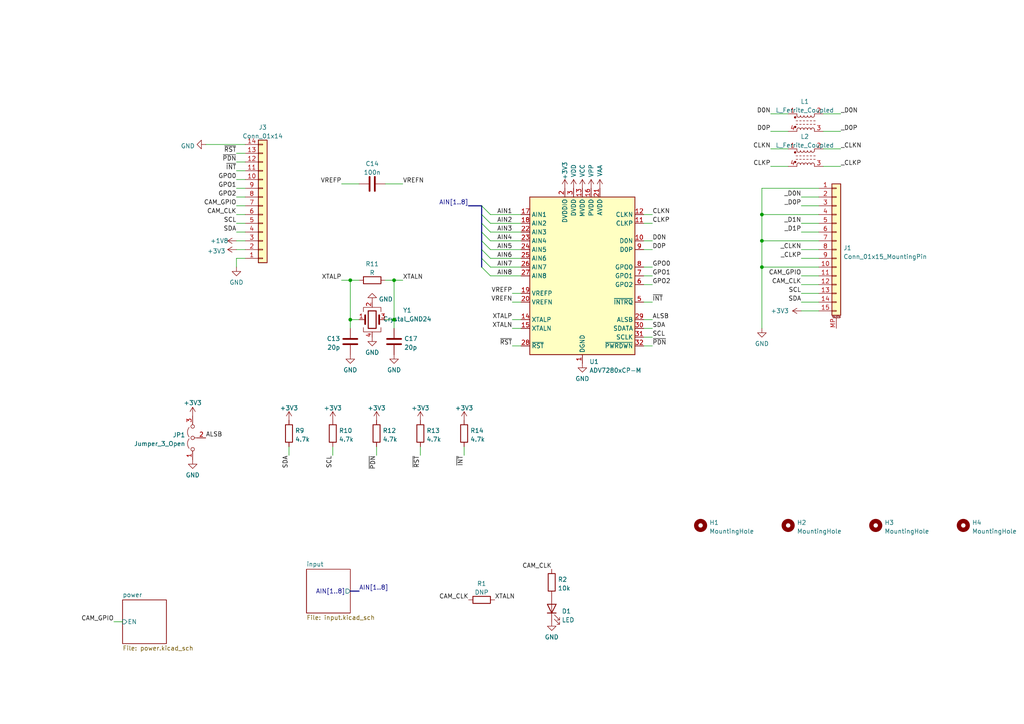
<source format=kicad_sch>
(kicad_sch (version 20230121) (generator eeschema)
  (paper "A4")
  (lib_symbols
    (symbol "Connector_Generic:Conn_01x14" (pin_names (offset 1.016) hide)
      (property "Reference" "J" (at 0 17.78 0))
      (property "Value" "Conn_01x14" (at 0 -20.32 0))
      (symbol "Conn_01x14_1_1"
        (rectangle (start -1.27 -17.653) (end 0 -17.907) (stroke (width 0.1524)))
        (rectangle (start -1.27 -15.113) (end 0 -15.367) (stroke (width 0.1524)))
        (rectangle (start -1.27 -12.573) (end 0 -12.827) (stroke (width 0.1524)))
        (rectangle (start -1.27 -10.033) (end 0 -10.287) (stroke (width 0.1524)))
        (rectangle (start -1.27 -7.493) (end 0 -7.747) (stroke (width 0.1524)))
        (rectangle (start -1.27 -4.953) (end 0 -5.207) (stroke (width 0.1524)))
        (rectangle (start -1.27 -2.413) (end 0 -2.667) (stroke (width 0.1524)))
        (rectangle (start -1.27 0.127) (end 0 -0.127) (stroke (width 0.1524)))
        (rectangle (start -1.27 2.667) (end 0 2.413) (stroke (width 0.1524)))
        (rectangle (start -1.27 5.207) (end 0 4.953) (stroke (width 0.1524)))
        (rectangle (start -1.27 7.747) (end 0 7.493) (stroke (width 0.1524)))
        (rectangle (start -1.27 10.287) (end 0 10.033) (stroke (width 0.1524)))
        (rectangle (start -1.27 12.827) (end 0 12.573) (stroke (width 0.1524)))
        (rectangle (start -1.27 15.367) (end 0 15.113) (stroke (width 0.1524)))
        (rectangle (start -1.27 16.51) (end 1.27 -19.05) (stroke (width 0.254)) (fill (type background)))
        (pin passive line (at -5.08 15.24 0) (length 3.81) (name "Pin_1") (number "1"))
        (pin passive line (at -5.08 -7.62 0) (length 3.81) (name "Pin_10") (number "10"))
        (pin passive line (at -5.08 -10.16 0) (length 3.81) (name "Pin_11") (number "11"))
        (pin passive line (at -5.08 -12.7 0) (length 3.81) (name "Pin_12") (number "12"))
        (pin passive line (at -5.08 -15.24 0) (length 3.81) (name "Pin_13") (number "13"))
        (pin passive line (at -5.08 -17.78 0) (length 3.81) (name "Pin_14") (number "14"))
        (pin passive line (at -5.08 12.7 0) (length 3.81) (name "Pin_2") (number "2"))
        (pin passive line (at -5.08 10.16 0) (length 3.81) (name "Pin_3") (number "3"))
        (pin passive line (at -5.08 7.62 0) (length 3.81) (name "Pin_4") (number "4"))
        (pin passive line (at -5.08 5.08 0) (length 3.81) (name "Pin_5") (number "5"))
        (pin passive line (at -5.08 2.54 0) (length 3.81) (name "Pin_6") (number "6"))
        (pin passive line (at -5.08 0 0) (length 3.81) (name "Pin_7") (number "7"))
        (pin passive line (at -5.08 -2.54 0) (length 3.81) (name "Pin_8") (number "8"))
        (pin passive line (at -5.08 -5.08 0) (length 3.81) (name "Pin_9") (number "9"))
      )
    )
    (symbol "Connector_Generic_MountingPin:Conn_01x15_MountingPin" (pin_names (offset 1.016) hide)
      (property "Reference" "J" (at 0 20.32 0))
      (property "Value" "Conn_01x15_MountingPin" (at 1.27 -20.32 0))
      (symbol "Conn_01x15_MountingPin_1_1"
        (rectangle (start -1.27 -17.653) (end 0 -17.907) (stroke (width 0.1524)))
        (rectangle (start -1.27 -15.113) (end 0 -15.367) (stroke (width 0.1524)))
        (rectangle (start -1.27 -12.573) (end 0 -12.827) (stroke (width 0.1524)))
        (rectangle (start -1.27 -10.033) (end 0 -10.287) (stroke (width 0.1524)))
        (rectangle (start -1.27 -7.493) (end 0 -7.747) (stroke (width 0.1524)))
        (rectangle (start -1.27 -4.953) (end 0 -5.207) (stroke (width 0.1524)))
        (rectangle (start -1.27 -2.413) (end 0 -2.667) (stroke (width 0.1524)))
        (rectangle (start -1.27 0.127) (end 0 -0.127) (stroke (width 0.1524)))
        (rectangle (start -1.27 2.667) (end 0 2.413) (stroke (width 0.1524)))
        (rectangle (start -1.27 5.207) (end 0 4.953) (stroke (width 0.1524)))
        (rectangle (start -1.27 7.747) (end 0 7.493) (stroke (width 0.1524)))
        (rectangle (start -1.27 10.287) (end 0 10.033) (stroke (width 0.1524)))
        (rectangle (start -1.27 12.827) (end 0 12.573) (stroke (width 0.1524)))
        (rectangle (start -1.27 15.367) (end 0 15.113) (stroke (width 0.1524)))
        (rectangle (start -1.27 17.907) (end 0 17.653) (stroke (width 0.1524)))
        (rectangle (start -1.27 19.05) (end 1.27 -19.05) (stroke (width 0.254)) (fill (type background)))
        (polyline (pts (xy -1.016 -19.812) (xy 1.016 -19.812)) (stroke (width 0.1524)))
        (text "Mounting" (at 0 -19.431 0) (effects (font (size 0.381 0.381))))
        (pin passive line (at -5.08 17.78 0) (length 3.81) (name "Pin_1") (number "1"))
        (pin passive line (at -5.08 -5.08 0) (length 3.81) (name "Pin_10") (number "10"))
        (pin passive line (at -5.08 -7.62 0) (length 3.81) (name "Pin_11") (number "11"))
        (pin passive line (at -5.08 -10.16 0) (length 3.81) (name "Pin_12") (number "12"))
        (pin passive line (at -5.08 -12.7 0) (length 3.81) (name "Pin_13") (number "13"))
        (pin passive line (at -5.08 -15.24 0) (length 3.81) (name "Pin_14") (number "14"))
        (pin passive line (at -5.08 -17.78 0) (length 3.81) (name "Pin_15") (number "15"))
        (pin passive line (at -5.08 15.24 0) (length 3.81) (name "Pin_2") (number "2"))
        (pin passive line (at -5.08 12.7 0) (length 3.81) (name "Pin_3") (number "3"))
        (pin passive line (at -5.08 10.16 0) (length 3.81) (name "Pin_4") (number "4"))
        (pin passive line (at -5.08 7.62 0) (length 3.81) (name "Pin_5") (number "5"))
        (pin passive line (at -5.08 5.08 0) (length 3.81) (name "Pin_6") (number "6"))
        (pin passive line (at -5.08 2.54 0) (length 3.81) (name "Pin_7") (number "7"))
        (pin passive line (at -5.08 0 0) (length 3.81) (name "Pin_8") (number "8"))
        (pin passive line (at -5.08 -2.54 0) (length 3.81) (name "Pin_9") (number "9"))
        (pin passive line (at 0 -22.86 90) (length 3.048) (name "MountPin") (number "MP"))
      )
    )
    (symbol "Device:C" (pin_numbers hide) (pin_names (offset 0.254))
      (property "Reference" "C" (at 0.635 2.54 0))
      (property "Value" "C" (at 0.635 -2.54 0))
      (symbol "C_0_1"
        (polyline (pts (xy -2.032 -0.762) (xy 2.032 -0.762)) (stroke (width 0.508)))
        (polyline (pts (xy -2.032 0.762) (xy 2.032 0.762)) (stroke (width 0.508)))
      )
      (symbol "C_1_1"
        (pin passive line (at 0 3.81 270) (length 2.794) (name "~") (number "1"))
        (pin passive line (at 0 -3.81 90) (length 2.794) (name "~") (number "2"))
      )
    )
    (symbol "Device:Crystal_GND24" (pin_names (offset 1.016) hide)
      (property "Reference" "Y" (at 3.175 5.08 0))
      (property "Value" "Crystal_GND24" (at 3.175 3.175 0))
      (symbol "Crystal_GND24_0_1"
        (rectangle (start -1.143 2.54) (end 1.143 -2.54) (stroke (width 0.3048)))
        (polyline (pts (xy -2.54 0) (xy -2.032 0)))
        (polyline (pts (xy -2.032 -1.27) (xy -2.032 1.27)) (stroke (width 0.508)))
        (polyline (pts (xy 0 -3.81) (xy 0 -3.556)))
        (polyline (pts (xy 0 3.556) (xy 0 3.81)))
        (polyline (pts (xy 2.032 -1.27) (xy 2.032 1.27)) (stroke (width 0.508)))
        (polyline (pts (xy 2.032 0) (xy 2.54 0)))
        (polyline (pts (xy -2.54 -2.286) (xy -2.54 -3.556) (xy 2.54 -3.556) (xy 2.54 -2.286)))
        (polyline (pts (xy -2.54 2.286) (xy -2.54 3.556) (xy 2.54 3.556) (xy 2.54 2.286)))
      )
      (symbol "Crystal_GND24_1_1"
        (pin passive line (at -3.81 0 0) (length 1.27) (name "1") (number "1"))
        (pin passive line (at 0 5.08 270) (length 1.27) (name "2") (number "2"))
        (pin passive line (at 3.81 0 180) (length 1.27) (name "3") (number "3"))
        (pin passive line (at 0 -5.08 90) (length 1.27) (name "4") (number "4"))
      )
    )
    (symbol "Device:LED" (pin_numbers hide) (pin_names (offset 1.016) hide)
      (property "Reference" "D" (at 0 2.54 0))
      (property "Value" "LED" (at 0 -2.54 0))
      (symbol "LED_0_1"
        (polyline (pts (xy -1.27 -1.27) (xy -1.27 1.27)) (stroke (width 0.254)))
        (polyline (pts (xy -1.27 0) (xy 1.27 0)))
        (polyline (pts (xy 1.27 -1.27) (xy 1.27 1.27) (xy -1.27 0) (xy 1.27 -1.27)) (stroke (width 0.254)))
        (polyline (pts (xy -3.048 -0.762) (xy -4.572 -2.286) (xy -3.81 -2.286) (xy -4.572 -2.286) (xy -4.572 -1.524)))
        (polyline (pts (xy -1.778 -0.762) (xy -3.302 -2.286) (xy -2.54 -2.286) (xy -3.302 -2.286) (xy -3.302 -1.524)))
      )
      (symbol "LED_1_1"
        (pin passive line (at -3.81 0 0) (length 2.54) (name "K") (number "1"))
        (pin passive line (at 3.81 0 180) (length 2.54) (name "A") (number "2"))
      )
    )
    (symbol "Device:L_Ferrite_Coupled_1243" (pin_names (offset 0.254) hide)
      (property "Reference" "L" (at 0 4.445 0))
      (property "Value" "L_Ferrite_Coupled_1243" (at 0 -4.445 0))
      (symbol "L_Ferrite_Coupled_1243_0_1"
        (circle (center -3.048 -1.27) (radius 0.254) (fill (type outline)))
        (circle (center -3.048 1.524) (radius 0.254) (fill (type outline)))
        (arc (start -2.54 2.032) (mid -2.032 1.5262) (end -1.524 2.032))
        (arc (start -1.524 -2.032) (mid -2.032 -1.5262) (end -2.54 -2.032))
        (arc (start -1.524 2.032) (mid -1.016 1.5262) (end -0.508 2.032))
        (arc (start -0.508 -2.032) (mid -1.016 -1.5262) (end -1.524 -2.032))
        (arc (start -0.508 2.032) (mid 0 1.5262) (end 0.508 2.032))
        (polyline (pts (xy -2.794 -0.508) (xy -2.286 -0.508)))
        (polyline (pts (xy -2.794 0.508) (xy -2.286 0.508)))
        (polyline (pts (xy -2.54 -2.032) (xy -2.54 -2.54)))
        (polyline (pts (xy -2.54 2.032) (xy -2.54 2.54)))
        (polyline (pts (xy -1.778 -0.508) (xy -1.27 -0.508)))
        (polyline (pts (xy -1.778 0.508) (xy -1.27 0.508)))
        (polyline (pts (xy -0.762 -0.508) (xy -0.254 -0.508)))
        (polyline (pts (xy -0.762 0.508) (xy -0.254 0.508)))
        (polyline (pts (xy 0.254 -0.508) (xy 0.762 -0.508)))
        (polyline (pts (xy 0.254 0.508) (xy 0.762 0.508)))
        (polyline (pts (xy 1.27 -0.508) (xy 1.778 -0.508)))
        (polyline (pts (xy 1.27 0.508) (xy 1.778 0.508)))
        (polyline (pts (xy 2.286 -0.508) (xy 2.794 -0.508)))
        (polyline (pts (xy 2.286 0.508) (xy 2.794 0.508)))
        (polyline (pts (xy 2.54 -2.032) (xy 2.54 -2.54)))
        (polyline (pts (xy 2.54 2.54) (xy 2.54 2.032)))
        (arc (start 0.508 -2.032) (mid 0 -1.5262) (end -0.508 -2.032))
        (arc (start 0.508 2.032) (mid 1.016 1.5262) (end 1.524 2.032))
        (arc (start 1.524 -2.032) (mid 1.016 -1.5262) (end 0.508 -2.032))
        (arc (start 1.524 2.032) (mid 2.032 1.5262) (end 2.54 2.032))
        (arc (start 2.54 -2.032) (mid 2.032 -1.5262) (end 1.524 -2.032))
      )
      (symbol "L_Ferrite_Coupled_1243_1_1"
        (pin passive line (at -5.08 2.54 0) (length 2.54) (name "1") (number "1"))
        (pin passive line (at 5.08 2.54 180) (length 2.54) (name "2") (number "2"))
        (pin passive line (at 5.08 -2.54 180) (length 2.54) (name "3") (number "3"))
        (pin passive line (at -5.08 -2.54 0) (length 2.54) (name "4") (number "4"))
      )
    )
    (symbol "Device:R" (pin_numbers hide) (pin_names (offset 0))
      (property "Reference" "R" (at 2.032 0 90))
      (property "Value" "R" (at 0 0 90))
      (symbol "R_0_1"
        (rectangle (start -1.016 -2.54) (end 1.016 2.54) (stroke (width 0.254)))
      )
      (symbol "R_1_1"
        (pin passive line (at 0 3.81 270) (length 1.27) (name "~") (number "1"))
        (pin passive line (at 0 -3.81 90) (length 1.27) (name "~") (number "2"))
      )
    )
    (symbol "Jumper:Jumper_3_Open" (pin_names (offset 0) hide)
      (property "Reference" "JP" (at -2.54 -2.54 0))
      (property "Value" "Jumper_3_Open" (at 0 2.794 0))
      (symbol "Jumper_3_Open_0_0"
        (circle (center -3.302 0) (radius 0.508))
        (circle (center 0 0) (radius 0.508))
        (circle (center 3.302 0) (radius 0.508))
      )
      (symbol "Jumper_3_Open_0_1"
        (arc (start -0.254 1.016) (mid -1.651 1.4992) (end -3.048 1.016))
        (polyline (pts (xy 0 -0.508) (xy 0 -1.27)))
        (arc (start 3.048 1.016) (mid 1.651 1.4992) (end 0.254 1.016))
      )
      (symbol "Jumper_3_Open_1_1"
        (pin passive line (at -6.35 0 0) (length 2.54) (name "A") (number "1"))
        (pin passive line (at 0 -3.81 90) (length 2.54) (name "C") (number "2"))
        (pin passive line (at 6.35 0 180) (length 2.54) (name "B") (number "3"))
      )
    )
    (symbol "Mechanical:MountingHole" (pin_names (offset 1.016))
      (property "Reference" "H" (at 0 5.08 0))
      (property "Value" "MountingHole" (at 0 3.175 0))
      (symbol "MountingHole_0_1"
        (circle (center 0 0) (radius 1.27) (stroke (width 1.27)))
      )
    )
    (symbol "power:+1V8" (power) (pin_names (offset 0))
      (property "Value" "+1V8" (at 0 3.556 0))
      (symbol "+1V8_0_1"
        (polyline (pts (xy -0.762 1.27) (xy 0 2.54)))
        (polyline (pts (xy 0 0) (xy 0 2.54)))
        (polyline (pts (xy 0 2.54) (xy 0.762 1.27)))
      )
      (symbol "+1V8_1_1"
        (pin power_in line (at 0 0 90) (length 0) hide (name "+1V8") (number "1"))
      )
    )
    (symbol "power:+3V3" (power) (pin_names (offset 0))
      (property "Value" "+3V3" (at 0 3.556 0))
      (symbol "+3V3_0_1"
        (polyline (pts (xy -0.762 1.27) (xy 0 2.54)))
        (polyline (pts (xy 0 0) (xy 0 2.54)))
        (polyline (pts (xy 0 2.54) (xy 0.762 1.27)))
      )
      (symbol "+3V3_1_1"
        (pin power_in line (at 0 0 90) (length 0) hide (name "+3V3") (number "1"))
      )
    )
    (symbol "power:GND" (power) (pin_names (offset 0))
      (property "Value" "GND" (at 0 -3.81 0))
      (symbol "GND_0_1"
        (polyline (pts (xy 0 0) (xy 0 -1.27) (xy 1.27 -1.27) (xy 0 -2.54) (xy -1.27 -1.27) (xy 0 -1.27)))
      )
      (symbol "GND_1_1"
        (pin power_in line (at 0 0 270) (length 0) hide (name "GND") (number "1"))
      )
    )
    (symbol "power:VAA" (power) (pin_names (offset 0))
      (property "Value" "VAA" (at 0 3.81 0))
      (symbol "VAA_0_1"
        (polyline (pts (xy -0.762 1.27) (xy 0 2.54)))
        (polyline (pts (xy 0 0) (xy 0 2.54)))
        (polyline (pts (xy 0 2.54) (xy 0.762 1.27)))
      )
      (symbol "VAA_1_1"
        (pin power_in line (at 0 0 90) (length 0) hide (name "VAA") (number "1"))
      )
    )
    (symbol "power:VCC" (power) (pin_names (offset 0))
      (property "Value" "VCC" (at 0 3.81 0))
      (symbol "VCC_0_1"
        (polyline (pts (xy -0.762 1.27) (xy 0 2.54)))
        (polyline (pts (xy 0 0) (xy 0 2.54)))
        (polyline (pts (xy 0 2.54) (xy 0.762 1.27)))
      )
      (symbol "VCC_1_1"
        (pin power_in line (at 0 0 90) (length 0) hide (name "VCC") (number "1"))
      )
    )
    (symbol "power:VDD" (power) (pin_names (offset 0))
      (property "Value" "VDD" (at 0 3.81 0))
      (symbol "VDD_0_1"
        (polyline (pts (xy -0.762 1.27) (xy 0 2.54)))
        (polyline (pts (xy 0 0) (xy 0 2.54)))
        (polyline (pts (xy 0 2.54) (xy 0.762 1.27)))
      )
      (symbol "VDD_1_1"
        (pin power_in line (at 0 0 90) (length 0) hide (name "VDD") (number "1"))
      )
    )
    (symbol "power:VPP" (power) (pin_names (offset 0))
      (property "Value" "VPP" (at 0 3.81 0))
      (symbol "VPP_0_1"
        (polyline (pts (xy -0.762 1.27) (xy 0 2.54)))
        (polyline (pts (xy 0 0) (xy 0 2.54)))
        (polyline (pts (xy 0 2.54) (xy 0.762 1.27)))
      )
      (symbol "VPP_1_1"
        (pin power_in line (at 0 0 90) (length 0) hide (name "VPP") (number "1"))
      )
    )
    (symbol "project_lib:ADV7280xCP-M"
      (property "Reference" "U" (at -15.24 24.13 0))
      (property "Value" "ADV7280xCP-M" (at 11.43 -24.13 0))
      (symbol "ADV7280xCP-M_0_1"
        (rectangle (start -15.24 22.86) (end 15.24 -22.86) (stroke (width 0.254)) (fill (type background)))
      )
      (symbol "ADV7280xCP-M_1_1"
        (pin power_in line (at 0 -25.4 90) (length 2.54) (name "DGND") (number "1"))
        (pin output line (at 17.78 10.16 180) (length 2.54) (name "D0N") (number "10"))
        (pin output line (at 17.78 15.24 180) (length 2.54) (name "CLKP") (number "11"))
        (pin output line (at 17.78 17.78 180) (length 2.54) (name "CLKN") (number "12"))
        (pin power_in line (at 0 25.4 270) (length 2.54) (name "MVDD") (number "13"))
        (pin output line (at -17.78 -12.7 0) (length 2.54) (name "XTALP") (number "14"))
        (pin input line (at -17.78 -15.24 0) (length 2.54) (name "XTALN") (number "15"))
        (pin power_in line (at 2.54 25.4 270) (length 2.54) (name "PVDD") (number "16"))
        (pin input line (at -17.78 17.78 0) (length 2.54) (name "AIN1") (number "17"))
        (pin input line (at -17.78 15.24 0) (length 2.54) (name "AIN2") (number "18"))
        (pin output line (at -17.78 -5.08 0) (length 2.54) (name "VREFP") (number "19"))
        (pin power_in line (at -5.08 25.4 270) (length 2.54) (name "DVDDIO") (number "2"))
        (pin output line (at -17.78 -7.62 0) (length 2.54) (name "VREFN") (number "20"))
        (pin power_in line (at 5.08 25.4 270) (length 2.54) (name "AVDD") (number "21"))
        (pin input line (at -17.78 12.7 0) (length 2.54) (name "AIN3") (number "22"))
        (pin input line (at -17.78 10.16 0) (length 2.54) (name "AIN4") (number "23"))
        (pin input line (at -17.78 7.62 0) (length 2.54) (name "AIN5") (number "24"))
        (pin input line (at -17.78 5.08 0) (length 2.54) (name "AIN6") (number "25"))
        (pin input line (at -17.78 2.54 0) (length 2.54) (name "AIN7") (number "26"))
        (pin input line (at -17.78 0 0) (length 2.54) (name "AIN8") (number "27"))
        (pin input line (at -17.78 -20.32 0) (length 2.54) (name "~{RST}") (number "28"))
        (pin input line (at 17.78 -12.7 180) (length 2.54) (name "ALSB") (number "29"))
        (pin power_in line (at -2.54 25.4 270) (length 2.54) (name "DVDD") (number "3"))
        (pin bidirectional line (at 17.78 -15.24 180) (length 2.54) (name "SDATA") (number "30"))
        (pin input line (at 17.78 -17.78 180) (length 2.54) (name "SCLK") (number "31"))
        (pin input line (at 17.78 -20.32 180) (length 2.54) (name "~{PWRDWN}") (number "32"))
        (pin passive line (at 0 -25.4 90) (length 2.54) hide (name "DGND") (number "33"))
        (pin passive line (at 0 -25.4 90) (length 2.54) hide (name "DGND") (number "4"))
        (pin output line (at 17.78 -7.62 180) (length 2.54) (name "~{INTRQ}") (number "5"))
        (pin output line (at 17.78 -2.54 180) (length 2.54) (name "GPO2") (number "6"))
        (pin output line (at 17.78 0 180) (length 2.54) (name "GPO1") (number "7"))
        (pin output line (at 17.78 2.54 180) (length 2.54) (name "GPO0") (number "8"))
        (pin output line (at 17.78 7.62 180) (length 2.54) (name "D0P") (number "9"))
      )
    )
  )
  (junction (at 220.98 62.23))
  (junction (at 101.6 81.28))
  (junction (at 101.6 92.71))
  (junction (at 114.3 92.71))
  (junction (at 114.3 81.28))
  (junction (at 220.98 77.47))
  (junction (at 220.98 69.85))
  (bus_entry (at 142.24 72.39) (size -2.54 -2.54))
  (bus_entry (at 142.24 64.77) (size -2.54 -2.54))
  (bus_entry (at 142.24 67.31) (size -2.54 -2.54))
  (bus_entry (at 142.24 74.93) (size -2.54 -2.54))
  (bus_entry (at 142.24 62.23) (size -2.54 -2.54))
  (bus_entry (at 139.7 77.47) (size 2.54 2.54))
  (bus_entry (at 142.24 69.85) (size -2.54 -2.54))
  (bus_entry (at 142.24 77.47) (size -2.54 -2.54))
  (wire (pts (xy 232.41 64.77) (xy 237.49 64.77)))
  (wire (pts (xy 189.23 95.25) (xy 186.69 95.25)))
  (bus (pts (xy 101.6 171.45) (xy 104.14 171.45)))
  (wire (pts (xy 186.69 77.47) (xy 189.23 77.47)))
  (wire (pts (xy 68.58 54.61) (xy 71.12 54.61)))
  (wire (pts (xy 238.76 43.18) (xy 243.84 43.18)))
  (wire (pts (xy 220.98 77.47) (xy 237.49 77.47)))
  (wire (pts (xy 151.13 100.33) (xy 148.59 100.33)))
  (wire (pts (xy 96.52 129.54) (xy 96.52 132.08)))
  (wire (pts (xy 114.3 81.28) (xy 114.3 92.71)))
  (wire (pts (xy 238.76 48.26) (xy 243.84 48.26)))
  (wire (pts (xy 223.52 38.1) (xy 228.6 38.1)))
  (wire (pts (xy 68.58 46.99) (xy 71.12 46.99)))
  (wire (pts (xy 186.69 87.63) (xy 189.23 87.63)))
  (bus (pts (xy 139.7 77.47) (xy 139.7 74.93)))
  (wire (pts (xy 232.41 57.15) (xy 237.49 57.15)))
  (wire (pts (xy 186.69 80.01) (xy 189.23 80.01)))
  (wire (pts (xy 101.6 92.71) (xy 101.6 95.25)))
  (wire (pts (xy 68.58 64.77) (xy 71.12 64.77)))
  (wire (pts (xy 99.06 81.28) (xy 101.6 81.28)))
  (wire (pts (xy 68.58 57.15) (xy 71.12 57.15)))
  (wire (pts (xy 232.41 82.55) (xy 237.49 82.55)))
  (wire (pts (xy 68.58 69.85) (xy 71.12 69.85)))
  (wire (pts (xy 238.76 33.02) (xy 243.84 33.02)))
  (wire (pts (xy 148.59 95.25) (xy 151.13 95.25)))
  (wire (pts (xy 68.58 52.07) (xy 71.12 52.07)))
  (wire (pts (xy 148.59 87.63) (xy 151.13 87.63)))
  (wire (pts (xy 68.58 49.53) (xy 71.12 49.53)))
  (wire (pts (xy 232.41 74.93) (xy 237.49 74.93)))
  (wire (pts (xy 220.98 62.23) (xy 220.98 69.85)))
  (wire (pts (xy 148.59 85.09) (xy 151.13 85.09)))
  (wire (pts (xy 148.59 92.71) (xy 151.13 92.71)))
  (bus (pts (xy 139.7 72.39) (xy 139.7 69.85)))
  (wire (pts (xy 68.58 67.31) (xy 71.12 67.31)))
  (wire (pts (xy 223.52 33.02) (xy 228.6 33.02)))
  (wire (pts (xy 68.58 44.45) (xy 71.12 44.45)))
  (wire (pts (xy 68.58 62.23) (xy 71.12 62.23)))
  (wire (pts (xy 59.69 41.91) (xy 71.12 41.91)))
  (wire (pts (xy 33.02 180.34) (xy 35.56 180.34)))
  (wire (pts (xy 232.41 80.01) (xy 237.49 80.01)))
  (wire (pts (xy 68.58 72.39) (xy 71.12 72.39)))
  (wire (pts (xy 142.24 69.85) (xy 151.13 69.85)))
  (wire (pts (xy 186.69 69.85) (xy 189.23 69.85)))
  (wire (pts (xy 186.69 64.77) (xy 189.23 64.77)))
  (wire (pts (xy 232.41 90.17) (xy 237.49 90.17)))
  (wire (pts (xy 142.24 62.23) (xy 151.13 62.23)))
  (wire (pts (xy 142.24 77.47) (xy 151.13 77.47)))
  (wire (pts (xy 68.58 74.93) (xy 71.12 74.93)))
  (bus (pts (xy 139.7 69.85) (xy 139.7 67.31)))
  (wire (pts (xy 186.69 82.55) (xy 189.23 82.55)))
  (bus (pts (xy 139.7 74.93) (xy 139.7 72.39)))
  (wire (pts (xy 223.52 48.26) (xy 228.6 48.26)))
  (wire (pts (xy 189.23 97.79) (xy 186.69 97.79)))
  (wire (pts (xy 68.58 77.47) (xy 68.58 74.93)))
  (wire (pts (xy 223.52 43.18) (xy 228.6 43.18)))
  (wire (pts (xy 121.92 129.54) (xy 121.92 132.08)))
  (wire (pts (xy 111.76 53.34) (xy 116.84 53.34)))
  (wire (pts (xy 237.49 54.61) (xy 220.98 54.61)))
  (wire (pts (xy 232.41 67.31) (xy 237.49 67.31)))
  (wire (pts (xy 104.14 92.71) (xy 101.6 92.71)))
  (bus (pts (xy 139.7 67.31) (xy 139.7 64.77)))
  (wire (pts (xy 104.14 81.28) (xy 101.6 81.28)))
  (wire (pts (xy 99.06 53.34) (xy 104.14 53.34)))
  (wire (pts (xy 220.98 69.85) (xy 220.98 77.47)))
  (wire (pts (xy 142.24 64.77) (xy 151.13 64.77)))
  (wire (pts (xy 142.24 80.01) (xy 151.13 80.01)))
  (wire (pts (xy 232.41 85.09) (xy 237.49 85.09)))
  (wire (pts (xy 220.98 54.61) (xy 220.98 62.23)))
  (bus (pts (xy 139.7 64.77) (xy 139.7 62.23)))
  (wire (pts (xy 101.6 81.28) (xy 101.6 92.71)))
  (wire (pts (xy 189.23 92.71) (xy 186.69 92.71)))
  (wire (pts (xy 68.58 59.69) (xy 71.12 59.69)))
  (wire (pts (xy 186.69 72.39) (xy 189.23 72.39)))
  (wire (pts (xy 232.41 87.63) (xy 237.49 87.63)))
  (wire (pts (xy 109.22 129.54) (xy 109.22 132.08)))
  (wire (pts (xy 238.76 38.1) (xy 243.84 38.1)))
  (wire (pts (xy 220.98 62.23) (xy 237.49 62.23)))
  (wire (pts (xy 232.41 59.69) (xy 237.49 59.69)))
  (wire (pts (xy 111.76 81.28) (xy 114.3 81.28)))
  (wire (pts (xy 186.69 62.23) (xy 189.23 62.23)))
  (wire (pts (xy 142.24 72.39) (xy 151.13 72.39)))
  (wire (pts (xy 134.62 129.54) (xy 134.62 132.08)))
  (wire (pts (xy 114.3 81.28) (xy 116.84 81.28)))
  (bus (pts (xy 139.7 62.23) (xy 139.7 59.69)))
  (wire (pts (xy 220.98 77.47) (xy 220.98 95.25)))
  (bus (pts (xy 139.7 59.69) (xy 135.89 59.69)))
  (wire (pts (xy 142.24 74.93) (xy 151.13 74.93)))
  (wire (pts (xy 186.69 100.33) (xy 189.23 100.33)))
  (wire (pts (xy 114.3 92.71) (xy 114.3 95.25)))
  (wire (pts (xy 142.24 67.31) (xy 151.13 67.31)))
  (wire (pts (xy 232.41 72.39) (xy 237.49 72.39)))
  (wire (pts (xy 83.82 129.54) (xy 83.82 132.08)))
  (wire (pts (xy 220.98 69.85) (xy 237.49 69.85)))
  (wire (pts (xy 111.76 92.71) (xy 114.3 92.71)))
  (label "D0N" (at 223.52 33.02 180))
  (label "_D0P" (at 232.41 59.69 180))
  (label "_D0P" (at 243.84 38.1 0))
  (label "GPO2" (at 68.58 57.15 180))
  (label "XTALP" (at 148.59 92.71 180))
  (label "AIN1" (at 148.59 62.23 180))
  (label "AIN7" (at 148.59 77.47 180))
  (label "GPO0" (at 189.23 77.47 0))
  (label "~{PDN}" (at 68.58 46.99 180))
  (label "_D0N" (at 232.41 57.15 180))
  (label "~{INT}" (at 68.58 49.53 180))
  (label "GPO1" (at 189.23 80.01 0))
  (label "CAM_CLK" (at 232.41 82.55 180))
  (label "AIN6" (at 148.59 74.93 180))
  (label "_CLKP" (at 243.84 48.26 0))
  (label "CAM_GPIO" (at 33.02 180.34 180))
  (label "CAM_GPIO" (at 68.58 59.69 180))
  (label "ALSB" (at 59.69 127 0))
  (label "SCL" (at 232.41 85.09 180))
  (label "_D1P" (at 232.41 67.31 180))
  (label "XTALN" (at 116.84 81.28 0))
  (label "~{INT}" (at 189.23 87.63 0))
  (label "AIN2" (at 148.59 64.77 180))
  (label "GPO2" (at 189.23 82.55 0))
  (label "VREFP" (at 148.59 85.09 180))
  (label "_CLKP" (at 232.41 74.93 180))
  (label "CAM_GPIO" (at 232.41 80.01 180))
  (label "AIN[1..8]" (at 135.89 59.69 180))
  (label "CLKN" (at 223.52 43.18 180))
  (label "D0P" (at 223.52 38.1 180))
  (label "CLKP" (at 223.52 48.26 180))
  (label "CLKP" (at 189.23 64.77 0))
  (label "SCL" (at 189.23 97.79 0))
  (label "ALSB" (at 189.23 92.71 0))
  (label "VREFN" (at 116.84 53.34 0))
  (label "VREFN" (at 148.59 87.63 180))
  (label "VREFP" (at 99.06 53.34 180))
  (label "~{INT}" (at 134.62 132.08 270))
  (label "_D1N" (at 232.41 64.77 180))
  (label "AIN4" (at 148.59 69.85 180))
  (label "XTALN" (at 143.51 173.99 0))
  (label "_D0N" (at 243.84 33.02 0))
  (label "CAM_CLK" (at 68.58 62.23 180))
  (label "CLKN" (at 189.23 62.23 0))
  (label "CAM_CLK" (at 160.02 165.1 180))
  (label "~{PDN}" (at 109.22 132.08 270))
  (label "AIN[1..8]" (at 104.14 171.45 0))
  (label "~{PDN}" (at 189.23 100.33 0))
  (label "~{RST}" (at 68.58 44.45 180))
  (label "~{RST}" (at 148.59 100.33 180))
  (label "SCL" (at 96.52 132.08 270))
  (label "GPO0" (at 68.58 52.07 180))
  (label "SDA" (at 232.41 87.63 180))
  (label "D0P" (at 189.23 72.39 0))
  (label "_CLKN" (at 232.41 72.39 180))
  (label "XTALN" (at 148.59 95.25 180))
  (label "AIN3" (at 148.59 67.31 180))
  (label "D0N" (at 189.23 69.85 0))
  (label "SDA" (at 83.82 132.08 270))
  (label "CAM_CLK" (at 135.89 173.99 180))
  (label "SDA" (at 189.23 95.25 0))
  (label "AIN8" (at 148.59 80.01 180))
  (label "GPO1" (at 68.58 54.61 180))
  (label "SCL" (at 68.58 64.77 180))
  (label "XTALP" (at 99.06 81.28 180))
  (label "~{RST}" (at 121.92 132.08 270))
  (label "AIN5" (at 148.59 72.39 180))
  (label "_CLKN" (at 243.84 43.18 0))
  (label "SDA" (at 68.58 67.31 180))
  (symbol (lib_id "power:GND") (at 107.95 87.63 180) (unit 1)
    (property "Reference" "#PWR0124" (effects hide))
    (property "Value" "GND" (at 109.855 86.7938 0) (effects (justify right)))
  )
  (symbol (lib_id "power:VPP") (at 171.45 54.61 0) (unit 1)
    (property "Reference" "#PWR0114" (effects hide))
    (property "Value" "VPP" (at 171.45 49.53 90))
  )
  (symbol (lib_id "power:GND") (at 55.88 133.35 0) (unit 1)
    (property "Reference" "#PWR0136" (effects hide))
    (property "Value" "GND" (at 55.88 137.7934 0))
  )
  (symbol (lib_id "power:+3V3") (at 134.62 121.92 0) (unit 1)
    (property "Reference" "#PWR0164" (effects hide))
    (property "Value" "+3V3" (at 134.62 118.3442 0))
  )
  (symbol (lib_id "power:+3V3") (at 68.58 72.39 90) (unit 1)
    (property "Reference" "#PWR0171" (effects hide))
    (property "Value" "+3V3" (at 65.405 72.8238 90) (effects (justify left)))
  )
  (symbol (lib_id "Device:L_Ferrite_Coupled_1243") (at 233.68 35.56 0) (unit 1)
    (property "Reference" "L1" (at 233.426 29.4472 0))
    (property "Value" "L_Ferrite_Coupled" (at 233.426 31.9841 0))
    (property "Footprint" "Inductor_SMD:L_CommonModeChoke_Coilcraft_0603USB" (effects hide))
  )
  (symbol (lib_id "Device:R") (at 139.7 173.99 270) (unit 1)
    (property "Reference" "R1" (at 139.7 169.2742 90))
    (property "Value" "DNP" (at 139.7 171.8111 90))
    (property "Footprint" "Resistor_SMD:R_0603_1608Metric" (effects hide))
  )
  (symbol (lib_id "power:+3V3") (at 121.92 121.92 0) (unit 1)
    (property "Reference" "#PWR0130" (effects hide))
    (property "Value" "+3V3" (at 121.92 118.3442 0))
  )
  (symbol (lib_id "Device:R") (at 109.22 125.73 180) (unit 1)
    (property "Reference" "R12" (at 110.998 124.8953 0) (effects (justify right)))
    (property "Value" "4.7k" (at 110.998 127.4322 0) (effects (justify right)))
    (property "Footprint" "Resistor_SMD:R_0603_1608Metric" (effects hide))
  )
  (symbol (lib_id "Device:R") (at 121.92 125.73 180) (unit 1)
    (property "Reference" "R13" (at 123.698 124.8953 0) (effects (justify right)))
    (property "Value" "4.7k" (at 123.698 127.4322 0) (effects (justify right)))
    (property "Footprint" "Resistor_SMD:R_0603_1608Metric" (effects hide))
  )
  (symbol (lib_id "power:+3V3") (at 109.22 121.92 0) (unit 1)
    (property "Reference" "#PWR0131" (effects hide))
    (property "Value" "+3V3" (at 109.22 118.3442 0))
  )
  (symbol (lib_id "Device:R") (at 134.62 125.73 180) (unit 1)
    (property "Reference" "R14" (at 136.398 124.8953 0) (effects (justify right)))
    (property "Value" "4.7k" (at 136.398 127.4322 0) (effects (justify right)))
    (property "Footprint" "Resistor_SMD:R_0603_1608Metric" (effects hide))
  )
  (symbol (lib_id "power:GND") (at 168.91 105.41 0) (unit 1)
    (property "Reference" "#PWR0119" (effects hide))
    (property "Value" "GND" (at 168.91 109.8534 0))
  )
  (symbol (lib_id "Device:R") (at 83.82 125.73 180) (unit 1)
    (property "Reference" "R9" (at 85.598 124.8953 0) (effects (justify right)))
    (property "Value" "4.7k" (at 85.598 127.4322 0) (effects (justify right)))
    (property "Footprint" "Resistor_SMD:R_0603_1608Metric" (effects hide))
  )
  (symbol (lib_id "project_lib:ADV7280xCP-M") (at 168.91 80.01 0) (unit 1)
    (property "Reference" "U1" (at 170.9294 104.9004 0) (effects (justify left)))
    (property "Value" "ADV7280xCP-M" (at 170.9294 107.4373 0) (effects (justify left)))
    (property "Footprint" "Package_CSP:LFCSP-32-1EP_5x5mm_P0.5mm_EP3.6x3.6mm" (effects hide))
    (property "Datasheet" "https://www.analog.com/media/en/technical-documentation/data-sheets/ADV7280.PDF" (effects hide))
  )
  (symbol (lib_id "Device:L_Ferrite_Coupled_1243") (at 233.68 45.72 0) (unit 1)
    (property "Reference" "L2" (at 233.426 39.6072 0))
    (property "Value" "L_Ferrite_Coupled" (at 233.426 42.1441 0))
    (property "Footprint" "Inductor_SMD:L_CommonModeChoke_Coilcraft_0603USB" (effects hide))
  )
  (symbol (lib_id "Connector_Generic_MountingPin:Conn_01x15_MountingPin") (at 242.57 72.39 0) (unit 1)
    (property "Reference" "J1" (at 244.602 71.9109 0) (effects (justify left)))
    (property "Value" "Conn_01x15_MountingPin" (at 244.602 74.4478 0) (effects (justify left)))
    (property "Footprint" "Connector_FFC-FPC:TE_1-84952-5_1x15-1MP_P1.0mm_Horizontal" (effects hide))
  )
  (symbol (lib_id "Device:LED") (at 160.02 176.53 90) (unit 1)
    (property "Reference" "D1" (at 162.941 177.2828 90) (effects (justify right)))
    (property "Value" "LED" (at 162.941 179.8197 90) (effects (justify right)))
    (property "Footprint" "LED_SMD:LED_0603_1608Metric" (effects hide))
  )
  (symbol (lib_id "power:+3V3") (at 83.82 121.92 0) (unit 1)
    (property "Reference" "#PWR0127" (effects hide))
    (property "Value" "+3V3" (at 83.82 118.3442 0))
  )
  (symbol (lib_id "Mechanical:MountingHole") (at 203.2 152.4 0) (unit 1)
    (property "Reference" "H1" (at 205.74 151.5653 0) (effects (justify left)))
    (property "Value" "MountingHole" (at 205.74 154.1022 0) (effects (justify left)))
    (property "Footprint" "MountingHole:MountingHole_2.7mm_M2.5" (effects hide))
  )
  (symbol (lib_id "Jumper:Jumper_3_Open") (at 55.88 127 90) (unit 1)
    (property "Reference" "JP1" (at 53.7459 126.1653 90) (effects (justify left)))
    (property "Value" "Jumper_3_Open" (at 53.7459 128.7022 90) (effects (justify left)))
    (property "Footprint" "Connector_PinHeader_2.54mm:PinHeader_1x03_P2.54mm_Vertical" (effects hide))
  )
  (symbol (lib_id "Device:R") (at 160.02 168.91 180) (unit 1)
    (property "Reference" "R2" (at 161.798 168.0753 0) (effects (justify right)))
    (property "Value" "10k" (at 161.798 170.6122 0) (effects (justify right)))
    (property "Footprint" "Resistor_SMD:R_0603_1608Metric" (effects hide))
  )
  (symbol (lib_id "Connector_Generic:Conn_01x14") (at 76.2 59.69 0) (mirror x) (unit 1)
    (property "Reference" "J3" (at 76.2 36.9402 0))
    (property "Value" "Conn_01x14" (at 76.2 39.4771 0))
    (property "Footprint" "Connector_PinHeader_2.54mm:PinHeader_1x14_P2.54mm_Vertical" (effects hide))
  )
  (symbol (lib_id "power:GND") (at 114.3 102.87 0) (unit 1)
    (property "Reference" "#PWR0128" (effects hide))
    (property "Value" "GND" (at 114.3 107.3134 0))
  )
  (symbol (lib_id "Device:C") (at 107.95 53.34 90) (unit 1)
    (property "Reference" "C14" (at 107.95 47.4812 90))
    (property "Value" "100n" (at 107.95 50.0181 90))
    (property "Footprint" "Capacitor_SMD:C_0402_1005Metric" (effects hide))
  )
  (symbol (lib_id "Mechanical:MountingHole") (at 228.6 152.4 0) (unit 1)
    (property "Reference" "H2" (at 231.14 151.5653 0) (effects (justify left)))
    (property "Value" "MountingHole" (at 231.14 154.1022 0) (effects (justify left)))
    (property "Footprint" "MountingHole:MountingHole_2.7mm_M2.5" (effects hide))
  )
  (symbol (lib_id "power:VDD") (at 166.37 54.61 0) (unit 1)
    (property "Reference" "#PWR0116" (effects hide))
    (property "Value" "VDD" (at 166.37 49.53 90))
  )
  (symbol (lib_id "power:GND") (at 220.98 95.25 0) (unit 1)
    (property "Reference" "#PWR0101" (effects hide))
    (property "Value" "GND" (at 220.98 99.6934 0))
  )
  (symbol (lib_id "power:GND") (at 160.02 180.34 0) (unit 1)
    (property "Reference" "#PWR0105" (effects hide))
    (property "Value" "GND" (at 160.02 184.7834 0))
  )
  (symbol (lib_id "Device:Crystal_GND24") (at 107.95 92.71 0) (unit 1)
    (property "Reference" "Y1" (at 118.1289 90.0009 0))
    (property "Value" "Crystal_GND24" (at 118.1289 92.5378 0))
    (property "Footprint" "Crystal:Crystal_SMD_3225-4Pin_3.2x2.5mm" (effects hide))
  )
  (symbol (lib_id "power:+3V3") (at 232.41 90.17 90) (mirror x) (unit 1)
    (property "Reference" "#PWR0102" (effects hide))
    (property "Value" "+3V3" (at 223.52 90.17 90) (effects (justify right)))
  )
  (symbol (lib_id "power:+1V8") (at 68.58 69.85 90) (unit 1)
    (property "Reference" "#PWR0104" (effects hide))
    (property "Value" "+1V8" (at 60.96 69.85 90) (effects (justify right)))
  )
  (symbol (lib_id "power:GND") (at 59.69 41.91 270) (unit 1)
    (property "Reference" "#PWR0118" (effects hide))
    (property "Value" "GND" (at 56.5151 42.3438 90) (effects (justify right)))
  )
  (symbol (lib_id "Device:R") (at 96.52 125.73 180) (unit 1)
    (property "Reference" "R10" (at 98.298 124.8953 0) (effects (justify right)))
    (property "Value" "4.7k" (at 98.298 127.4322 0) (effects (justify right)))
    (property "Footprint" "Resistor_SMD:R_0603_1608Metric" (effects hide))
  )
  (symbol (lib_id "power:GND") (at 101.6 102.87 0) (unit 1)
    (property "Reference" "#PWR0125" (effects hide))
    (property "Value" "GND" (at 101.6 107.3134 0))
  )
  (symbol (lib_id "power:VCC") (at 168.91 54.61 0) (unit 1)
    (property "Reference" "#PWR0103" (effects hide))
    (property "Value" "VCC" (at 168.91 49.53 90))
  )
  (symbol (lib_id "Mechanical:MountingHole") (at 279.4 152.4 0) (unit 1)
    (property "Reference" "H4" (at 281.94 151.5653 0) (effects (justify left)))
    (property "Value" "MountingHole" (at 281.94 154.1022 0) (effects (justify left)))
    (property "Footprint" "MountingHole:MountingHole_2.7mm_M2.5" (effects hide))
  )
  (symbol (lib_id "power:GND") (at 68.58 77.47 0) (unit 1)
    (property "Reference" "#PWR0175" (effects hide))
    (property "Value" "GND" (at 68.58 81.9134 0))
  )
  (symbol (lib_id "power:+3V3") (at 163.83 54.61 0) (unit 1)
    (property "Reference" "#PWR0113" (effects hide))
    (property "Value" "+3V3" (at 163.83 49.53 90))
  )
  (symbol (lib_id "power:GND") (at 107.95 97.79 0) (unit 1)
    (property "Reference" "#PWR0129" (effects hide))
    (property "Value" "GND" (at 107.95 102.2334 0))
  )
  (symbol (lib_id "Device:C") (at 114.3 99.06 180) (unit 1)
    (property "Reference" "C17" (at 117.221 98.2253 0) (effects (justify right)))
    (property "Value" "20p" (at 117.221 100.7622 0) (effects (justify right)))
    (property "Footprint" "Capacitor_SMD:C_0402_1005Metric" (effects hide))
  )
  (symbol (lib_id "power:+3V3") (at 96.52 121.92 0) (unit 1)
    (property "Reference" "#PWR0126" (effects hide))
    (property "Value" "+3V3" (at 96.52 118.3442 0))
  )
  (symbol (lib_id "Device:C") (at 101.6 99.06 0) (mirror x) (unit 1)
    (property "Reference" "C13" (at 98.6791 98.2253 0) (effects (justify right)))
    (property "Value" "20p" (at 98.6791 100.7622 0) (effects (justify right)))
    (property "Footprint" "Capacitor_SMD:C_0402_1005Metric" (effects hide))
  )
  (symbol (lib_id "power:+3V3") (at 55.88 120.65 0) (unit 1)
    (property "Reference" "#PWR0134" (effects hide))
    (property "Value" "+3V3" (at 55.88 116.84 0))
  )
  (symbol (lib_id "Mechanical:MountingHole") (at 254 152.4 0) (unit 1)
    (property "Reference" "H3" (at 256.54 151.5653 0) (effects (justify left)))
    (property "Value" "MountingHole" (at 256.54 154.1022 0) (effects (justify left)))
    (property "Footprint" "MountingHole:MountingHole_2.7mm_M2.5" (effects hide))
  )
  (symbol (lib_id "power:VAA") (at 173.99 54.61 0) (unit 1)
    (property "Reference" "#PWR0115" (effects hide))
    (property "Value" "VAA" (at 173.99 49.53 90))
  )
  (symbol (lib_id "Device:R") (at 107.95 81.28 90) (unit 1)
    (property "Reference" "R11" (at 107.95 76.5642 90))
    (property "Value" "R" (at 107.95 79.1011 90))
    (property "Footprint" "Resistor_SMD:R_0402_1005Metric" (effects hide))
  )
  (sheet (at 35.56 173.99) (size 12.7 12.7) (stroke (width 0.1524))
    (property "Sheetname" "power" (at 35.56 173.2784 0) (effects (justify left bottom)))
    (property "Sheetfile" "power.kicad_sch" (at 35.56 187.2746 0) (effects (justify left top)))
    (pin "EN" input (at 35.56 180.34 180))
  )
  (sheet (at 88.9 165.1) (size 12.7 12.7) (stroke (width 0.1524))
    (property "Sheetname" "input" (at 88.9 164.3884 0) (effects (justify left bottom)))
    (property "Sheetfile" "input.kicad_sch" (at 88.9 178.3846 0) (effects (justify left top)))
    (pin "AIN[1..8]" output (at 101.6 171.45 0))
  )
)
</source>
